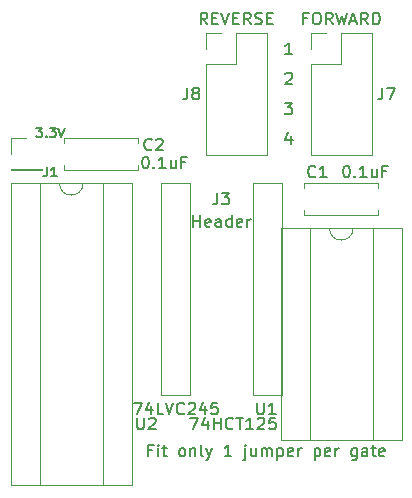
<source format=gbr>
%TF.GenerationSoftware,KiCad,Pcbnew,(5.1.7)-1*%
%TF.CreationDate,2021-10-25T18:28:30+08:00*%
%TF.ProjectId,HCT145Interposer,48435431-3435-4496-9e74-6572706f7365,rev?*%
%TF.SameCoordinates,Original*%
%TF.FileFunction,Legend,Top*%
%TF.FilePolarity,Positive*%
%FSLAX46Y46*%
G04 Gerber Fmt 4.6, Leading zero omitted, Abs format (unit mm)*
G04 Created by KiCad (PCBNEW (5.1.7)-1) date 2021-10-25 18:28:30*
%MOMM*%
%LPD*%
G01*
G04 APERTURE LIST*
%ADD10C,0.150000*%
%ADD11C,0.120000*%
G04 APERTURE END LIST*
D10*
X112253333Y-115244571D02*
X111920000Y-115244571D01*
X111920000Y-115768380D02*
X111920000Y-114768380D01*
X112396190Y-114768380D01*
X112777142Y-115768380D02*
X112777142Y-115101714D01*
X112777142Y-114768380D02*
X112729523Y-114816000D01*
X112777142Y-114863619D01*
X112824761Y-114816000D01*
X112777142Y-114768380D01*
X112777142Y-114863619D01*
X113110476Y-115101714D02*
X113491428Y-115101714D01*
X113253333Y-114768380D02*
X113253333Y-115625523D01*
X113300952Y-115720761D01*
X113396190Y-115768380D01*
X113491428Y-115768380D01*
X114729523Y-115768380D02*
X114634285Y-115720761D01*
X114586666Y-115673142D01*
X114539047Y-115577904D01*
X114539047Y-115292190D01*
X114586666Y-115196952D01*
X114634285Y-115149333D01*
X114729523Y-115101714D01*
X114872380Y-115101714D01*
X114967619Y-115149333D01*
X115015238Y-115196952D01*
X115062857Y-115292190D01*
X115062857Y-115577904D01*
X115015238Y-115673142D01*
X114967619Y-115720761D01*
X114872380Y-115768380D01*
X114729523Y-115768380D01*
X115491428Y-115101714D02*
X115491428Y-115768380D01*
X115491428Y-115196952D02*
X115539047Y-115149333D01*
X115634285Y-115101714D01*
X115777142Y-115101714D01*
X115872380Y-115149333D01*
X115920000Y-115244571D01*
X115920000Y-115768380D01*
X116539047Y-115768380D02*
X116443809Y-115720761D01*
X116396190Y-115625523D01*
X116396190Y-114768380D01*
X116824761Y-115101714D02*
X117062857Y-115768380D01*
X117300952Y-115101714D02*
X117062857Y-115768380D01*
X116967619Y-116006476D01*
X116920000Y-116054095D01*
X116824761Y-116101714D01*
X118967619Y-115768380D02*
X118396190Y-115768380D01*
X118681904Y-115768380D02*
X118681904Y-114768380D01*
X118586666Y-114911238D01*
X118491428Y-115006476D01*
X118396190Y-115054095D01*
X120158095Y-115101714D02*
X120158095Y-115958857D01*
X120110476Y-116054095D01*
X120015238Y-116101714D01*
X119967619Y-116101714D01*
X120158095Y-114768380D02*
X120110476Y-114816000D01*
X120158095Y-114863619D01*
X120205714Y-114816000D01*
X120158095Y-114768380D01*
X120158095Y-114863619D01*
X121062857Y-115101714D02*
X121062857Y-115768380D01*
X120634285Y-115101714D02*
X120634285Y-115625523D01*
X120681904Y-115720761D01*
X120777142Y-115768380D01*
X120920000Y-115768380D01*
X121015238Y-115720761D01*
X121062857Y-115673142D01*
X121539047Y-115768380D02*
X121539047Y-115101714D01*
X121539047Y-115196952D02*
X121586666Y-115149333D01*
X121681904Y-115101714D01*
X121824761Y-115101714D01*
X121920000Y-115149333D01*
X121967619Y-115244571D01*
X121967619Y-115768380D01*
X121967619Y-115244571D02*
X122015238Y-115149333D01*
X122110476Y-115101714D01*
X122253333Y-115101714D01*
X122348571Y-115149333D01*
X122396190Y-115244571D01*
X122396190Y-115768380D01*
X122872380Y-115101714D02*
X122872380Y-116101714D01*
X122872380Y-115149333D02*
X122967619Y-115101714D01*
X123158095Y-115101714D01*
X123253333Y-115149333D01*
X123300952Y-115196952D01*
X123348571Y-115292190D01*
X123348571Y-115577904D01*
X123300952Y-115673142D01*
X123253333Y-115720761D01*
X123158095Y-115768380D01*
X122967619Y-115768380D01*
X122872380Y-115720761D01*
X124158095Y-115720761D02*
X124062857Y-115768380D01*
X123872380Y-115768380D01*
X123777142Y-115720761D01*
X123729523Y-115625523D01*
X123729523Y-115244571D01*
X123777142Y-115149333D01*
X123872380Y-115101714D01*
X124062857Y-115101714D01*
X124158095Y-115149333D01*
X124205714Y-115244571D01*
X124205714Y-115339809D01*
X123729523Y-115435047D01*
X124634285Y-115768380D02*
X124634285Y-115101714D01*
X124634285Y-115292190D02*
X124681904Y-115196952D01*
X124729523Y-115149333D01*
X124824761Y-115101714D01*
X124920000Y-115101714D01*
X126015238Y-115101714D02*
X126015238Y-116101714D01*
X126015238Y-115149333D02*
X126110476Y-115101714D01*
X126300952Y-115101714D01*
X126396190Y-115149333D01*
X126443809Y-115196952D01*
X126491428Y-115292190D01*
X126491428Y-115577904D01*
X126443809Y-115673142D01*
X126396190Y-115720761D01*
X126300952Y-115768380D01*
X126110476Y-115768380D01*
X126015238Y-115720761D01*
X127300952Y-115720761D02*
X127205714Y-115768380D01*
X127015238Y-115768380D01*
X126920000Y-115720761D01*
X126872380Y-115625523D01*
X126872380Y-115244571D01*
X126920000Y-115149333D01*
X127015238Y-115101714D01*
X127205714Y-115101714D01*
X127300952Y-115149333D01*
X127348571Y-115244571D01*
X127348571Y-115339809D01*
X126872380Y-115435047D01*
X127777142Y-115768380D02*
X127777142Y-115101714D01*
X127777142Y-115292190D02*
X127824761Y-115196952D01*
X127872380Y-115149333D01*
X127967619Y-115101714D01*
X128062857Y-115101714D01*
X129586666Y-115101714D02*
X129586666Y-115911238D01*
X129539047Y-116006476D01*
X129491428Y-116054095D01*
X129396190Y-116101714D01*
X129253333Y-116101714D01*
X129158095Y-116054095D01*
X129586666Y-115720761D02*
X129491428Y-115768380D01*
X129300952Y-115768380D01*
X129205714Y-115720761D01*
X129158095Y-115673142D01*
X129110476Y-115577904D01*
X129110476Y-115292190D01*
X129158095Y-115196952D01*
X129205714Y-115149333D01*
X129300952Y-115101714D01*
X129491428Y-115101714D01*
X129586666Y-115149333D01*
X130491428Y-115768380D02*
X130491428Y-115244571D01*
X130443809Y-115149333D01*
X130348571Y-115101714D01*
X130158095Y-115101714D01*
X130062857Y-115149333D01*
X130491428Y-115720761D02*
X130396190Y-115768380D01*
X130158095Y-115768380D01*
X130062857Y-115720761D01*
X130015238Y-115625523D01*
X130015238Y-115530285D01*
X130062857Y-115435047D01*
X130158095Y-115387428D01*
X130396190Y-115387428D01*
X130491428Y-115339809D01*
X130824761Y-115101714D02*
X131205714Y-115101714D01*
X130967619Y-114768380D02*
X130967619Y-115625523D01*
X131015238Y-115720761D01*
X131110476Y-115768380D01*
X131205714Y-115768380D01*
X131920000Y-115720761D02*
X131824761Y-115768380D01*
X131634285Y-115768380D01*
X131539047Y-115720761D01*
X131491428Y-115625523D01*
X131491428Y-115244571D01*
X131539047Y-115149333D01*
X131634285Y-115101714D01*
X131824761Y-115101714D01*
X131920000Y-115149333D01*
X131967619Y-115244571D01*
X131967619Y-115339809D01*
X131491428Y-115435047D01*
X124015476Y-88685714D02*
X124015476Y-89352380D01*
X123777380Y-88304761D02*
X123539285Y-89019047D01*
X124158333Y-89019047D01*
X123491666Y-85812380D02*
X124110714Y-85812380D01*
X123777380Y-86193333D01*
X123920238Y-86193333D01*
X124015476Y-86240952D01*
X124063095Y-86288571D01*
X124110714Y-86383809D01*
X124110714Y-86621904D01*
X124063095Y-86717142D01*
X124015476Y-86764761D01*
X123920238Y-86812380D01*
X123634523Y-86812380D01*
X123539285Y-86764761D01*
X123491666Y-86717142D01*
X123539285Y-83367619D02*
X123586904Y-83320000D01*
X123682142Y-83272380D01*
X123920238Y-83272380D01*
X124015476Y-83320000D01*
X124063095Y-83367619D01*
X124110714Y-83462857D01*
X124110714Y-83558095D01*
X124063095Y-83700952D01*
X123491666Y-84272380D01*
X124110714Y-84272380D01*
X124110714Y-81732380D02*
X123539285Y-81732380D01*
X123825000Y-81732380D02*
X123825000Y-80732380D01*
X123729761Y-80875238D01*
X123634523Y-80970476D01*
X123539285Y-81018095D01*
X102451047Y-87953904D02*
X102946285Y-87953904D01*
X102679619Y-88258666D01*
X102793904Y-88258666D01*
X102870095Y-88296761D01*
X102908190Y-88334857D01*
X102946285Y-88411047D01*
X102946285Y-88601523D01*
X102908190Y-88677714D01*
X102870095Y-88715809D01*
X102793904Y-88753904D01*
X102565333Y-88753904D01*
X102489142Y-88715809D01*
X102451047Y-88677714D01*
X103289142Y-88677714D02*
X103327238Y-88715809D01*
X103289142Y-88753904D01*
X103251047Y-88715809D01*
X103289142Y-88677714D01*
X103289142Y-88753904D01*
X103593904Y-87953904D02*
X104089142Y-87953904D01*
X103822476Y-88258666D01*
X103936761Y-88258666D01*
X104012952Y-88296761D01*
X104051047Y-88334857D01*
X104089142Y-88411047D01*
X104089142Y-88601523D01*
X104051047Y-88677714D01*
X104012952Y-88715809D01*
X103936761Y-88753904D01*
X103708190Y-88753904D01*
X103632000Y-88715809D01*
X103593904Y-88677714D01*
X104317714Y-87953904D02*
X104584380Y-88753904D01*
X104851047Y-87953904D01*
D11*
%TO.C,J7*%
X125670000Y-90230000D02*
X130870000Y-90230000D01*
X125670000Y-82550000D02*
X125670000Y-90230000D01*
X130870000Y-79950000D02*
X130870000Y-90230000D01*
X125670000Y-82550000D02*
X128270000Y-82550000D01*
X128270000Y-82550000D02*
X128270000Y-79950000D01*
X128270000Y-79950000D02*
X130870000Y-79950000D01*
X125670000Y-81280000D02*
X125670000Y-79950000D01*
X125670000Y-79950000D02*
X127000000Y-79950000D01*
%TO.C,J8*%
X116780000Y-90230000D02*
X121980000Y-90230000D01*
X116780000Y-82550000D02*
X116780000Y-90230000D01*
X121980000Y-79950000D02*
X121980000Y-90230000D01*
X116780000Y-82550000D02*
X119380000Y-82550000D01*
X119380000Y-82550000D02*
X119380000Y-79950000D01*
X119380000Y-79950000D02*
X121980000Y-79950000D01*
X116780000Y-81280000D02*
X116780000Y-79950000D01*
X116780000Y-79950000D02*
X118110000Y-79950000D01*
%TO.C,U1*%
X129270000Y-96460000D02*
G75*
G02*
X127270000Y-96460000I-1000000J0D01*
G01*
X127270000Y-96460000D02*
X125620000Y-96460000D01*
X125620000Y-96460000D02*
X125620000Y-114360000D01*
X125620000Y-114360000D02*
X130920000Y-114360000D01*
X130920000Y-114360000D02*
X130920000Y-96460000D01*
X130920000Y-96460000D02*
X129270000Y-96460000D01*
X123130000Y-96400000D02*
X123130000Y-114420000D01*
X123130000Y-114420000D02*
X133410000Y-114420000D01*
X133410000Y-114420000D02*
X133410000Y-96400000D01*
X133410000Y-96400000D02*
X123130000Y-96400000D01*
%TO.C,U2*%
X106410000Y-92650000D02*
G75*
G02*
X104410000Y-92650000I-1000000J0D01*
G01*
X104410000Y-92650000D02*
X102760000Y-92650000D01*
X102760000Y-92650000D02*
X102760000Y-118170000D01*
X102760000Y-118170000D02*
X108060000Y-118170000D01*
X108060000Y-118170000D02*
X108060000Y-92650000D01*
X108060000Y-92650000D02*
X106410000Y-92650000D01*
X100270000Y-92590000D02*
X100270000Y-118230000D01*
X100270000Y-118230000D02*
X110550000Y-118230000D01*
X110550000Y-118230000D02*
X110550000Y-92590000D01*
X110550000Y-92590000D02*
X100270000Y-92590000D01*
%TO.C,J3*%
X115460000Y-92590000D02*
X115460000Y-110610000D01*
X120760000Y-110610000D02*
X120760000Y-92590000D01*
X112970000Y-92590000D02*
X112970000Y-110610000D01*
X123250000Y-110610000D02*
X123250000Y-92590000D01*
X123250000Y-110610000D02*
X120760000Y-110610000D01*
X112970000Y-110610000D02*
X115460000Y-110610000D01*
X112970000Y-92590000D02*
X115460000Y-92590000D01*
X120760000Y-92590000D02*
X123250000Y-92590000D01*
%TO.C,C1*%
X131350000Y-94905000D02*
X131350000Y-95350000D01*
X131350000Y-92610000D02*
X131350000Y-93055000D01*
X125110000Y-94905000D02*
X125110000Y-95350000D01*
X125110000Y-92610000D02*
X125110000Y-93055000D01*
X125110000Y-95350000D02*
X131350000Y-95350000D01*
X125110000Y-92610000D02*
X131350000Y-92610000D01*
%TO.C,C2*%
X104790000Y-88800000D02*
X111030000Y-88800000D01*
X104790000Y-91540000D02*
X111030000Y-91540000D01*
X104790000Y-88800000D02*
X104790000Y-89245000D01*
X104790000Y-91095000D02*
X104790000Y-91540000D01*
X111030000Y-88800000D02*
X111030000Y-89245000D01*
X111030000Y-91095000D02*
X111030000Y-91540000D01*
%TO.C,J1*%
X100270000Y-91500000D02*
X102930000Y-91500000D01*
X100270000Y-91440000D02*
X100270000Y-91500000D01*
X102930000Y-91440000D02*
X102930000Y-91500000D01*
X100270000Y-91440000D02*
X102930000Y-91440000D01*
X100270000Y-90170000D02*
X100270000Y-88840000D01*
X100270000Y-88840000D02*
X101600000Y-88840000D01*
%TO.C,J7*%
D10*
X131746666Y-84542380D02*
X131746666Y-85256666D01*
X131699047Y-85399523D01*
X131603809Y-85494761D01*
X131460952Y-85542380D01*
X131365714Y-85542380D01*
X132127619Y-84542380D02*
X132794285Y-84542380D01*
X132365714Y-85542380D01*
X125389047Y-78668571D02*
X125055714Y-78668571D01*
X125055714Y-79192380D02*
X125055714Y-78192380D01*
X125531904Y-78192380D01*
X126103333Y-78192380D02*
X126293809Y-78192380D01*
X126389047Y-78240000D01*
X126484285Y-78335238D01*
X126531904Y-78525714D01*
X126531904Y-78859047D01*
X126484285Y-79049523D01*
X126389047Y-79144761D01*
X126293809Y-79192380D01*
X126103333Y-79192380D01*
X126008095Y-79144761D01*
X125912857Y-79049523D01*
X125865238Y-78859047D01*
X125865238Y-78525714D01*
X125912857Y-78335238D01*
X126008095Y-78240000D01*
X126103333Y-78192380D01*
X127531904Y-79192380D02*
X127198571Y-78716190D01*
X126960476Y-79192380D02*
X126960476Y-78192380D01*
X127341428Y-78192380D01*
X127436666Y-78240000D01*
X127484285Y-78287619D01*
X127531904Y-78382857D01*
X127531904Y-78525714D01*
X127484285Y-78620952D01*
X127436666Y-78668571D01*
X127341428Y-78716190D01*
X126960476Y-78716190D01*
X127865238Y-78192380D02*
X128103333Y-79192380D01*
X128293809Y-78478095D01*
X128484285Y-79192380D01*
X128722380Y-78192380D01*
X129055714Y-78906666D02*
X129531904Y-78906666D01*
X128960476Y-79192380D02*
X129293809Y-78192380D01*
X129627142Y-79192380D01*
X130531904Y-79192380D02*
X130198571Y-78716190D01*
X129960476Y-79192380D02*
X129960476Y-78192380D01*
X130341428Y-78192380D01*
X130436666Y-78240000D01*
X130484285Y-78287619D01*
X130531904Y-78382857D01*
X130531904Y-78525714D01*
X130484285Y-78620952D01*
X130436666Y-78668571D01*
X130341428Y-78716190D01*
X129960476Y-78716190D01*
X130960476Y-79192380D02*
X130960476Y-78192380D01*
X131198571Y-78192380D01*
X131341428Y-78240000D01*
X131436666Y-78335238D01*
X131484285Y-78430476D01*
X131531904Y-78620952D01*
X131531904Y-78763809D01*
X131484285Y-78954285D01*
X131436666Y-79049523D01*
X131341428Y-79144761D01*
X131198571Y-79192380D01*
X130960476Y-79192380D01*
%TO.C,J8*%
X115236666Y-84542380D02*
X115236666Y-85256666D01*
X115189047Y-85399523D01*
X115093809Y-85494761D01*
X114950952Y-85542380D01*
X114855714Y-85542380D01*
X115855714Y-84970952D02*
X115760476Y-84923333D01*
X115712857Y-84875714D01*
X115665238Y-84780476D01*
X115665238Y-84732857D01*
X115712857Y-84637619D01*
X115760476Y-84590000D01*
X115855714Y-84542380D01*
X116046190Y-84542380D01*
X116141428Y-84590000D01*
X116189047Y-84637619D01*
X116236666Y-84732857D01*
X116236666Y-84780476D01*
X116189047Y-84875714D01*
X116141428Y-84923333D01*
X116046190Y-84970952D01*
X115855714Y-84970952D01*
X115760476Y-85018571D01*
X115712857Y-85066190D01*
X115665238Y-85161428D01*
X115665238Y-85351904D01*
X115712857Y-85447142D01*
X115760476Y-85494761D01*
X115855714Y-85542380D01*
X116046190Y-85542380D01*
X116141428Y-85494761D01*
X116189047Y-85447142D01*
X116236666Y-85351904D01*
X116236666Y-85161428D01*
X116189047Y-85066190D01*
X116141428Y-85018571D01*
X116046190Y-84970952D01*
X116927619Y-79192380D02*
X116594285Y-78716190D01*
X116356190Y-79192380D02*
X116356190Y-78192380D01*
X116737142Y-78192380D01*
X116832380Y-78240000D01*
X116880000Y-78287619D01*
X116927619Y-78382857D01*
X116927619Y-78525714D01*
X116880000Y-78620952D01*
X116832380Y-78668571D01*
X116737142Y-78716190D01*
X116356190Y-78716190D01*
X117356190Y-78668571D02*
X117689523Y-78668571D01*
X117832380Y-79192380D02*
X117356190Y-79192380D01*
X117356190Y-78192380D01*
X117832380Y-78192380D01*
X118118095Y-78192380D02*
X118451428Y-79192380D01*
X118784761Y-78192380D01*
X119118095Y-78668571D02*
X119451428Y-78668571D01*
X119594285Y-79192380D02*
X119118095Y-79192380D01*
X119118095Y-78192380D01*
X119594285Y-78192380D01*
X120594285Y-79192380D02*
X120260952Y-78716190D01*
X120022857Y-79192380D02*
X120022857Y-78192380D01*
X120403809Y-78192380D01*
X120499047Y-78240000D01*
X120546666Y-78287619D01*
X120594285Y-78382857D01*
X120594285Y-78525714D01*
X120546666Y-78620952D01*
X120499047Y-78668571D01*
X120403809Y-78716190D01*
X120022857Y-78716190D01*
X120975238Y-79144761D02*
X121118095Y-79192380D01*
X121356190Y-79192380D01*
X121451428Y-79144761D01*
X121499047Y-79097142D01*
X121546666Y-79001904D01*
X121546666Y-78906666D01*
X121499047Y-78811428D01*
X121451428Y-78763809D01*
X121356190Y-78716190D01*
X121165714Y-78668571D01*
X121070476Y-78620952D01*
X121022857Y-78573333D01*
X120975238Y-78478095D01*
X120975238Y-78382857D01*
X121022857Y-78287619D01*
X121070476Y-78240000D01*
X121165714Y-78192380D01*
X121403809Y-78192380D01*
X121546666Y-78240000D01*
X121975238Y-78668571D02*
X122308571Y-78668571D01*
X122451428Y-79192380D02*
X121975238Y-79192380D01*
X121975238Y-78192380D01*
X122451428Y-78192380D01*
%TO.C,U1*%
X121158095Y-111212380D02*
X121158095Y-112021904D01*
X121205714Y-112117142D01*
X121253333Y-112164761D01*
X121348571Y-112212380D01*
X121539047Y-112212380D01*
X121634285Y-112164761D01*
X121681904Y-112117142D01*
X121729523Y-112021904D01*
X121729523Y-111212380D01*
X122729523Y-112212380D02*
X122158095Y-112212380D01*
X122443809Y-112212380D02*
X122443809Y-111212380D01*
X122348571Y-111355238D01*
X122253333Y-111450476D01*
X122158095Y-111498095D01*
X115483142Y-112482380D02*
X116149809Y-112482380D01*
X115721238Y-113482380D01*
X116959333Y-112815714D02*
X116959333Y-113482380D01*
X116721238Y-112434761D02*
X116483142Y-113149047D01*
X117102190Y-113149047D01*
X117483142Y-113482380D02*
X117483142Y-112482380D01*
X117483142Y-112958571D02*
X118054571Y-112958571D01*
X118054571Y-113482380D02*
X118054571Y-112482380D01*
X119102190Y-113387142D02*
X119054571Y-113434761D01*
X118911714Y-113482380D01*
X118816476Y-113482380D01*
X118673619Y-113434761D01*
X118578380Y-113339523D01*
X118530761Y-113244285D01*
X118483142Y-113053809D01*
X118483142Y-112910952D01*
X118530761Y-112720476D01*
X118578380Y-112625238D01*
X118673619Y-112530000D01*
X118816476Y-112482380D01*
X118911714Y-112482380D01*
X119054571Y-112530000D01*
X119102190Y-112577619D01*
X119387904Y-112482380D02*
X119959333Y-112482380D01*
X119673619Y-113482380D02*
X119673619Y-112482380D01*
X120816476Y-113482380D02*
X120245047Y-113482380D01*
X120530761Y-113482380D02*
X120530761Y-112482380D01*
X120435523Y-112625238D01*
X120340285Y-112720476D01*
X120245047Y-112768095D01*
X121197428Y-112577619D02*
X121245047Y-112530000D01*
X121340285Y-112482380D01*
X121578380Y-112482380D01*
X121673619Y-112530000D01*
X121721238Y-112577619D01*
X121768857Y-112672857D01*
X121768857Y-112768095D01*
X121721238Y-112910952D01*
X121149809Y-113482380D01*
X121768857Y-113482380D01*
X122673619Y-112482380D02*
X122197428Y-112482380D01*
X122149809Y-112958571D01*
X122197428Y-112910952D01*
X122292666Y-112863333D01*
X122530761Y-112863333D01*
X122626000Y-112910952D01*
X122673619Y-112958571D01*
X122721238Y-113053809D01*
X122721238Y-113291904D01*
X122673619Y-113387142D01*
X122626000Y-113434761D01*
X122530761Y-113482380D01*
X122292666Y-113482380D01*
X122197428Y-113434761D01*
X122149809Y-113387142D01*
%TO.C,U2*%
X110998095Y-112482380D02*
X110998095Y-113291904D01*
X111045714Y-113387142D01*
X111093333Y-113434761D01*
X111188571Y-113482380D01*
X111379047Y-113482380D01*
X111474285Y-113434761D01*
X111521904Y-113387142D01*
X111569523Y-113291904D01*
X111569523Y-112482380D01*
X111998095Y-112577619D02*
X112045714Y-112530000D01*
X112140952Y-112482380D01*
X112379047Y-112482380D01*
X112474285Y-112530000D01*
X112521904Y-112577619D01*
X112569523Y-112672857D01*
X112569523Y-112768095D01*
X112521904Y-112910952D01*
X111950476Y-113482380D01*
X112569523Y-113482380D01*
X110728571Y-111212380D02*
X111395238Y-111212380D01*
X110966666Y-112212380D01*
X112204761Y-111545714D02*
X112204761Y-112212380D01*
X111966666Y-111164761D02*
X111728571Y-111879047D01*
X112347619Y-111879047D01*
X113204761Y-112212380D02*
X112728571Y-112212380D01*
X112728571Y-111212380D01*
X113395238Y-111212380D02*
X113728571Y-112212380D01*
X114061904Y-111212380D01*
X114966666Y-112117142D02*
X114919047Y-112164761D01*
X114776190Y-112212380D01*
X114680952Y-112212380D01*
X114538095Y-112164761D01*
X114442857Y-112069523D01*
X114395238Y-111974285D01*
X114347619Y-111783809D01*
X114347619Y-111640952D01*
X114395238Y-111450476D01*
X114442857Y-111355238D01*
X114538095Y-111260000D01*
X114680952Y-111212380D01*
X114776190Y-111212380D01*
X114919047Y-111260000D01*
X114966666Y-111307619D01*
X115347619Y-111307619D02*
X115395238Y-111260000D01*
X115490476Y-111212380D01*
X115728571Y-111212380D01*
X115823809Y-111260000D01*
X115871428Y-111307619D01*
X115919047Y-111402857D01*
X115919047Y-111498095D01*
X115871428Y-111640952D01*
X115300000Y-112212380D01*
X115919047Y-112212380D01*
X116776190Y-111545714D02*
X116776190Y-112212380D01*
X116538095Y-111164761D02*
X116300000Y-111879047D01*
X116919047Y-111879047D01*
X117776190Y-111212380D02*
X117300000Y-111212380D01*
X117252380Y-111688571D01*
X117300000Y-111640952D01*
X117395238Y-111593333D01*
X117633333Y-111593333D01*
X117728571Y-111640952D01*
X117776190Y-111688571D01*
X117823809Y-111783809D01*
X117823809Y-112021904D01*
X117776190Y-112117142D01*
X117728571Y-112164761D01*
X117633333Y-112212380D01*
X117395238Y-112212380D01*
X117300000Y-112164761D01*
X117252380Y-112117142D01*
%TO.C,J3*%
X117776666Y-93432380D02*
X117776666Y-94146666D01*
X117729047Y-94289523D01*
X117633809Y-94384761D01*
X117490952Y-94432380D01*
X117395714Y-94432380D01*
X118157619Y-93432380D02*
X118776666Y-93432380D01*
X118443333Y-93813333D01*
X118586190Y-93813333D01*
X118681428Y-93860952D01*
X118729047Y-93908571D01*
X118776666Y-94003809D01*
X118776666Y-94241904D01*
X118729047Y-94337142D01*
X118681428Y-94384761D01*
X118586190Y-94432380D01*
X118300476Y-94432380D01*
X118205238Y-94384761D01*
X118157619Y-94337142D01*
X115752857Y-96337380D02*
X115752857Y-95337380D01*
X115752857Y-95813571D02*
X116324285Y-95813571D01*
X116324285Y-96337380D02*
X116324285Y-95337380D01*
X117181428Y-96289761D02*
X117086190Y-96337380D01*
X116895714Y-96337380D01*
X116800476Y-96289761D01*
X116752857Y-96194523D01*
X116752857Y-95813571D01*
X116800476Y-95718333D01*
X116895714Y-95670714D01*
X117086190Y-95670714D01*
X117181428Y-95718333D01*
X117229047Y-95813571D01*
X117229047Y-95908809D01*
X116752857Y-96004047D01*
X118086190Y-96337380D02*
X118086190Y-95813571D01*
X118038571Y-95718333D01*
X117943333Y-95670714D01*
X117752857Y-95670714D01*
X117657619Y-95718333D01*
X118086190Y-96289761D02*
X117990952Y-96337380D01*
X117752857Y-96337380D01*
X117657619Y-96289761D01*
X117610000Y-96194523D01*
X117610000Y-96099285D01*
X117657619Y-96004047D01*
X117752857Y-95956428D01*
X117990952Y-95956428D01*
X118086190Y-95908809D01*
X118990952Y-96337380D02*
X118990952Y-95337380D01*
X118990952Y-96289761D02*
X118895714Y-96337380D01*
X118705238Y-96337380D01*
X118610000Y-96289761D01*
X118562380Y-96242142D01*
X118514761Y-96146904D01*
X118514761Y-95861190D01*
X118562380Y-95765952D01*
X118610000Y-95718333D01*
X118705238Y-95670714D01*
X118895714Y-95670714D01*
X118990952Y-95718333D01*
X119848095Y-96289761D02*
X119752857Y-96337380D01*
X119562380Y-96337380D01*
X119467142Y-96289761D01*
X119419523Y-96194523D01*
X119419523Y-95813571D01*
X119467142Y-95718333D01*
X119562380Y-95670714D01*
X119752857Y-95670714D01*
X119848095Y-95718333D01*
X119895714Y-95813571D01*
X119895714Y-95908809D01*
X119419523Y-96004047D01*
X120324285Y-96337380D02*
X120324285Y-95670714D01*
X120324285Y-95861190D02*
X120371904Y-95765952D01*
X120419523Y-95718333D01*
X120514761Y-95670714D01*
X120610000Y-95670714D01*
%TO.C,C1*%
X126071333Y-92051142D02*
X126023714Y-92098761D01*
X125880857Y-92146380D01*
X125785619Y-92146380D01*
X125642761Y-92098761D01*
X125547523Y-92003523D01*
X125499904Y-91908285D01*
X125452285Y-91717809D01*
X125452285Y-91574952D01*
X125499904Y-91384476D01*
X125547523Y-91289238D01*
X125642761Y-91194000D01*
X125785619Y-91146380D01*
X125880857Y-91146380D01*
X126023714Y-91194000D01*
X126071333Y-91241619D01*
X127023714Y-92146380D02*
X126452285Y-92146380D01*
X126738000Y-92146380D02*
X126738000Y-91146380D01*
X126642761Y-91289238D01*
X126547523Y-91384476D01*
X126452285Y-91432095D01*
X128659142Y-91146380D02*
X128754380Y-91146380D01*
X128849619Y-91194000D01*
X128897238Y-91241619D01*
X128944857Y-91336857D01*
X128992476Y-91527333D01*
X128992476Y-91765428D01*
X128944857Y-91955904D01*
X128897238Y-92051142D01*
X128849619Y-92098761D01*
X128754380Y-92146380D01*
X128659142Y-92146380D01*
X128563904Y-92098761D01*
X128516285Y-92051142D01*
X128468666Y-91955904D01*
X128421047Y-91765428D01*
X128421047Y-91527333D01*
X128468666Y-91336857D01*
X128516285Y-91241619D01*
X128563904Y-91194000D01*
X128659142Y-91146380D01*
X129421047Y-92051142D02*
X129468666Y-92098761D01*
X129421047Y-92146380D01*
X129373428Y-92098761D01*
X129421047Y-92051142D01*
X129421047Y-92146380D01*
X130421047Y-92146380D02*
X129849619Y-92146380D01*
X130135333Y-92146380D02*
X130135333Y-91146380D01*
X130040095Y-91289238D01*
X129944857Y-91384476D01*
X129849619Y-91432095D01*
X131278190Y-91479714D02*
X131278190Y-92146380D01*
X130849619Y-91479714D02*
X130849619Y-92003523D01*
X130897238Y-92098761D01*
X130992476Y-92146380D01*
X131135333Y-92146380D01*
X131230571Y-92098761D01*
X131278190Y-92051142D01*
X132087714Y-91622571D02*
X131754380Y-91622571D01*
X131754380Y-92146380D02*
X131754380Y-91146380D01*
X132230571Y-91146380D01*
%TO.C,C2*%
X112228333Y-89765142D02*
X112180714Y-89812761D01*
X112037857Y-89860380D01*
X111942619Y-89860380D01*
X111799761Y-89812761D01*
X111704523Y-89717523D01*
X111656904Y-89622285D01*
X111609285Y-89431809D01*
X111609285Y-89288952D01*
X111656904Y-89098476D01*
X111704523Y-89003238D01*
X111799761Y-88908000D01*
X111942619Y-88860380D01*
X112037857Y-88860380D01*
X112180714Y-88908000D01*
X112228333Y-88955619D01*
X112609285Y-88955619D02*
X112656904Y-88908000D01*
X112752142Y-88860380D01*
X112990238Y-88860380D01*
X113085476Y-88908000D01*
X113133095Y-88955619D01*
X113180714Y-89050857D01*
X113180714Y-89146095D01*
X113133095Y-89288952D01*
X112561666Y-89860380D01*
X113180714Y-89860380D01*
X111641142Y-90384380D02*
X111736380Y-90384380D01*
X111831619Y-90432000D01*
X111879238Y-90479619D01*
X111926857Y-90574857D01*
X111974476Y-90765333D01*
X111974476Y-91003428D01*
X111926857Y-91193904D01*
X111879238Y-91289142D01*
X111831619Y-91336761D01*
X111736380Y-91384380D01*
X111641142Y-91384380D01*
X111545904Y-91336761D01*
X111498285Y-91289142D01*
X111450666Y-91193904D01*
X111403047Y-91003428D01*
X111403047Y-90765333D01*
X111450666Y-90574857D01*
X111498285Y-90479619D01*
X111545904Y-90432000D01*
X111641142Y-90384380D01*
X112403047Y-91289142D02*
X112450666Y-91336761D01*
X112403047Y-91384380D01*
X112355428Y-91336761D01*
X112403047Y-91289142D01*
X112403047Y-91384380D01*
X113403047Y-91384380D02*
X112831619Y-91384380D01*
X113117333Y-91384380D02*
X113117333Y-90384380D01*
X113022095Y-90527238D01*
X112926857Y-90622476D01*
X112831619Y-90670095D01*
X114260190Y-90717714D02*
X114260190Y-91384380D01*
X113831619Y-90717714D02*
X113831619Y-91241523D01*
X113879238Y-91336761D01*
X113974476Y-91384380D01*
X114117333Y-91384380D01*
X114212571Y-91336761D01*
X114260190Y-91289142D01*
X115069714Y-90860571D02*
X114736380Y-90860571D01*
X114736380Y-91384380D02*
X114736380Y-90384380D01*
X115212571Y-90384380D01*
%TO.C,J1*%
X103365333Y-91255904D02*
X103365333Y-91827333D01*
X103327238Y-91941619D01*
X103251047Y-92017809D01*
X103136761Y-92055904D01*
X103060571Y-92055904D01*
X104165333Y-92055904D02*
X103708190Y-92055904D01*
X103936761Y-92055904D02*
X103936761Y-91255904D01*
X103860571Y-91370190D01*
X103784380Y-91446380D01*
X103708190Y-91484476D01*
%TD*%
M02*

</source>
